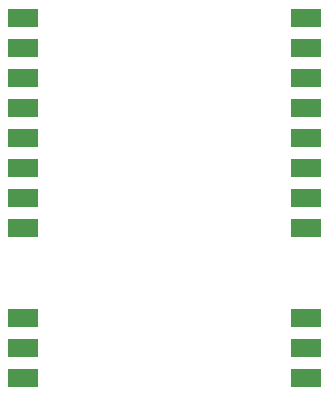
<source format=gbr>
%TF.GenerationSoftware,KiCad,Pcbnew,8.0.1*%
%TF.CreationDate,2024-04-03T20:26:05-05:00*%
%TF.ProjectId,meshtastic-diy,6d657368-7461-4737-9469-632d6469792e,2.1*%
%TF.SameCoordinates,Original*%
%TF.FileFunction,Paste,Bot*%
%TF.FilePolarity,Positive*%
%FSLAX46Y46*%
G04 Gerber Fmt 4.6, Leading zero omitted, Abs format (unit mm)*
G04 Created by KiCad (PCBNEW 8.0.1) date 2024-04-03 20:26:05*
%MOMM*%
%LPD*%
G01*
G04 APERTURE LIST*
%ADD10R,2.500000X1.500000*%
G04 APERTURE END LIST*
D10*
%TO.C,U3*%
X144500000Y-116890000D03*
X144500000Y-114350000D03*
X144500000Y-111810000D03*
X144500000Y-104190000D03*
X144500000Y-101650000D03*
X144500000Y-99110000D03*
X144500000Y-96570000D03*
X144500000Y-94030000D03*
X144500000Y-91490000D03*
X144500000Y-88950000D03*
X144500000Y-86410000D03*
X168500000Y-86410000D03*
X168500000Y-88950000D03*
X168500000Y-91490000D03*
X168500000Y-94030000D03*
X168500000Y-96570000D03*
X168500000Y-99110000D03*
X168500000Y-101650000D03*
X168500000Y-104190000D03*
X168500000Y-111810000D03*
X168500000Y-114350000D03*
X168500000Y-116890000D03*
%TD*%
M02*

</source>
